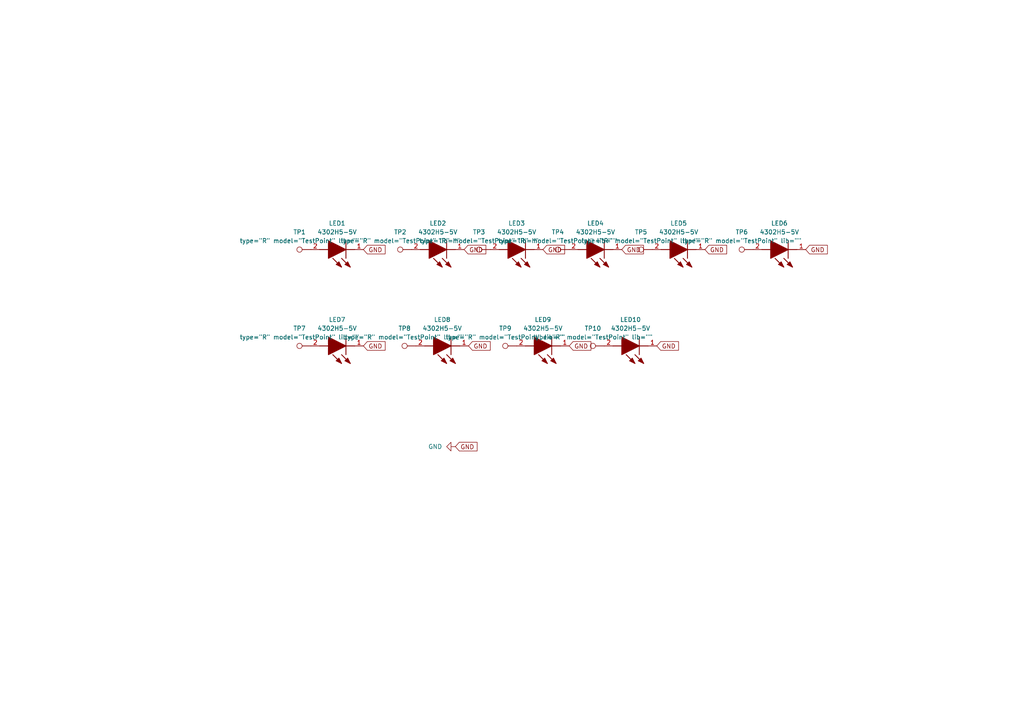
<source format=kicad_sch>
(kicad_sch (version 20230121) (generator eeschema)
  (paper "A4")
  (lib_symbols
    (symbol "EPSA_lib:4302H5-5V" (pin_names hide)
      (property "Reference" "LED" (at 12.7 8.89 0))
      (property "Value" "4302H5-5V" (at 12.7 6.35 0))
      (symbol "4302H5-5V_1_1"
        (polyline (pts (xy 2.54 0) (xy 5.08 0)) (stroke (width 0.254)))
        (polyline (pts (xy 5.08 2.54) (xy 5.08 -2.54)) (stroke (width 0.254)))
        (polyline (pts (xy 6.35 2.54) (xy 3.81 5.08)) (stroke (width 0.254)))
        (polyline (pts (xy 8.89 2.54) (xy 6.35 5.08)) (stroke (width 0.254)))
        (polyline (pts (xy 10.16 0) (xy 12.7 0)) (stroke (width 0.254)))
        (polyline (pts (xy 5.08 0) (xy 10.16 2.54) (xy 10.16 -2.54) (xy 5.08 0)) (stroke (width 0.254)) (fill (type outline)))
        (polyline (pts (xy 5.334 4.318) (xy 4.572 3.556) (xy 3.81 5.08) (xy 5.334 4.318)) (stroke (width 0.254)) (fill (type outline)))
        (polyline (pts (xy 7.874 4.318) (xy 7.112 3.556) (xy 6.35 5.08) (xy 7.874 4.318)) (stroke (width 0.254)) (fill (type outline)))
        (pin passive line (at 0 0 0) (length 2.54) (name "K") (number "1"))
        (pin passive line (at 15.24 0 180) (length 2.54) (name "A") (number "2"))
      )
    )
    (symbol "EPSA_lib:TestPoint" (pin_numbers hide) (pin_names (offset 0.762) hide)
      (property "Reference" "TP" (at 0 6.858 0))
      (property "Value" "${SIM.PARAMS}" (at 0 5.08 0))
      (symbol "TestPoint_0_1"
        (circle (center 0 3.302) (radius 0.762))
      )
      (symbol "TestPoint_1_1"
        (pin passive line (at 0 0 90) (length 2.54) (name "1") (number "1"))
      )
    )
    (symbol "power:GND" (power) (pin_names (offset 0))
      (property "Value" "GND" (at 0 -3.81 0))
      (symbol "GND_0_1"
        (polyline (pts (xy 0 0) (xy 0 -1.27) (xy 1.27 -1.27) (xy 0 -2.54) (xy -1.27 -1.27) (xy 0 -1.27)))
      )
      (symbol "GND_1_1"
        (pin power_in line (at 0 0 270) (length 0) hide (name "GND") (number "1"))
      )
    )
  )
  (global_label "GND" (shape input) (at 135.89 100.33 0) (property "Intersheetrefs" "${INTERSHEET_REFS}" (effects hide)))
  (global_label "GND" (shape input) (at 157.48 72.39 0) (property "Intersheetrefs" "${INTERSHEET_REFS}" (effects hide)))
  (global_label "GND" (shape input) (at 134.62 72.39 0) (property "Intersheetrefs" "${INTERSHEET_REFS}" (effects hide)))
  (global_label "GND" (shape input) (at 105.41 72.39 0) (property "Intersheetrefs" "${INTERSHEET_REFS}" (effects hide)))
  (global_label "GND" (shape input) (at 180.34 72.39 0) (property "Intersheetrefs" "${INTERSHEET_REFS}" (effects hide)))
  (global_label "GND" (shape input) (at 165.1 100.33 0) (property "Intersheetrefs" "${INTERSHEET_REFS}" (effects hide)))
  (global_label "GND" (shape input) (at 132.08 129.54 0) (property "Intersheetrefs" "${INTERSHEET_REFS}" (effects hide)))
  (global_label "GND" (shape input) (at 204.47 72.39 0) (property "Intersheetrefs" "${INTERSHEET_REFS}" (effects hide)))
  (global_label "GND" (shape input) (at 105.41 100.33 0) (property "Intersheetrefs" "${INTERSHEET_REFS}" (effects hide)))
  (global_label "GND" (shape input) (at 190.5 100.33 0) (property "Intersheetrefs" "${INTERSHEET_REFS}" (effects hide)))
  (global_label "GND" (shape input) (at 233.68 72.39 0) (property "Intersheetrefs" "${INTERSHEET_REFS}" (effects hide)))
  (symbol (lib_id "EPSA_lib:4302H5-5V") (at 105.41 100.33 180) (unit 1)
    (property "Reference" "LED7" (at 97.79 92.71 0))
    (property "Value" "4302H5-5V" (at 97.79 95.25 0))
    (property "Footprint" "EPSA_lib:4302H55V" (effects hide))
    (property "Datasheet" "https://datasheet.datasheetarchive.com/originals/distributors/Datasheets_SAMA/a41ef812660e98d4a989505f94662604.pdf" (effects hide))
    (property "Height" "9.06" (effects hide))
    (property "Mouser Part Number" "606-4302H5-5V" (effects hide))
    (property "Mouser Price/Stock" "https://www.mouser.co.uk/ProductDetail/VCC/4302H5-5V?qs=qp111mKzDjjxM5ex4WzyIw%3D%3D" (effects hide))
    (property "Manufacturer_Name" "Visual Communications Company" (effects hide))
    (property "Manufacturer_Part_Number" "4302H5-5V" (effects hide))
  )
  (symbol (lib_id "EPSA_lib:TestPoint") (at 189.23 72.39 90) (unit 1)
    (property "Reference" "TP5" (at 185.928 67.31 90))
    (property "Value" "${SIM.PARAMS}" (at 185.928 69.85 90))
    (property "Sim.Pins" "1=1" (effects hide))
    (property "Sim.Device" "SPICE" (effects hide))
    (property "Sim.Params" "type=\"R\" model=\"TestPoint\" lib=\"\"" (effects hide))
    (property "Sim.Enable" "0" (effects hide))
  )
  (symbol (lib_id "EPSA_lib:4302H5-5V") (at 134.62 72.39 180) (unit 1)
    (property "Reference" "LED2" (at 127 64.77 0))
    (property "Value" "4302H5-5V" (at 127 67.31 0))
    (property "Footprint" "EPSA_lib:4302H55V" (effects hide))
    (property "Datasheet" "https://datasheet.datasheetarchive.com/originals/distributors/Datasheets_SAMA/a41ef812660e98d4a989505f94662604.pdf" (effects hide))
    (property "Height" "9.06" (effects hide))
    (property "Mouser Part Number" "606-4302H5-5V" (effects hide))
    (property "Mouser Price/Stock" "https://www.mouser.co.uk/ProductDetail/VCC/4302H5-5V?qs=qp111mKzDjjxM5ex4WzyIw%3D%3D" (effects hide))
    (property "Manufacturer_Name" "Visual Communications Company" (effects hide))
    (property "Manufacturer_Part_Number" "4302H5-5V" (effects hide))
  )
  (symbol (lib_id "EPSA_lib:TestPoint") (at 120.65 100.33 90) (unit 1)
    (property "Reference" "TP8" (at 117.348 95.25 90))
    (property "Value" "${SIM.PARAMS}" (at 117.348 97.79 90))
    (property "Sim.Pins" "1=1" (effects hide))
    (property "Sim.Device" "SPICE" (effects hide))
    (property "Sim.Params" "type=\"R\" model=\"TestPoint\" lib=\"\"" (effects hide))
    (property "Sim.Enable" "0" (effects hide))
  )
  (symbol (lib_id "EPSA_lib:TestPoint") (at 119.38 72.39 90) (unit 1)
    (property "Reference" "TP2" (at 116.078 67.31 90))
    (property "Value" "${SIM.PARAMS}" (at 116.078 69.85 90))
    (property "Sim.Pins" "1=1" (effects hide))
    (property "Sim.Device" "SPICE" (effects hide))
    (property "Sim.Params" "type=\"R\" model=\"TestPoint\" lib=\"\"" (effects hide))
    (property "Sim.Enable" "0" (effects hide))
  )
  (symbol (lib_id "EPSA_lib:TestPoint") (at 90.17 100.33 90) (unit 1)
    (property "Reference" "TP7" (at 86.868 95.25 90))
    (property "Value" "${SIM.PARAMS}" (at 86.868 97.79 90))
    (property "Sim.Pins" "1=1" (effects hide))
    (property "Sim.Device" "SPICE" (effects hide))
    (property "Sim.Params" "type=\"R\" model=\"TestPoint\" lib=\"\"" (effects hide))
    (property "Sim.Enable" "0" (effects hide))
  )
  (symbol (lib_id "EPSA_lib:TestPoint") (at 149.86 100.33 90) (unit 1)
    (property "Reference" "TP9" (at 146.558 95.25 90))
    (property "Value" "${SIM.PARAMS}" (at 146.558 97.79 90))
    (property "Sim.Pins" "1=1" (effects hide))
    (property "Sim.Device" "SPICE" (effects hide))
    (property "Sim.Params" "type=\"R\" model=\"TestPoint\" lib=\"\"" (effects hide))
    (property "Sim.Enable" "0" (effects hide))
  )
  (symbol (lib_id "EPSA_lib:TestPoint") (at 175.26 100.33 90) (unit 1)
    (property "Reference" "TP10" (at 171.958 95.25 90))
    (property "Value" "${SIM.PARAMS}" (at 171.958 97.79 90))
    (property "Sim.Pins" "1=1" (effects hide))
    (property "Sim.Device" "SPICE" (effects hide))
    (property "Sim.Params" "type=\"R\" model=\"TestPoint\" lib=\"\"" (effects hide))
    (property "Sim.Enable" "0" (effects hide))
  )
  (symbol (lib_id "EPSA_lib:TestPoint") (at 90.17 72.39 90) (unit 1)
    (property "Reference" "TP1" (at 86.868 67.31 90))
    (property "Value" "${SIM.PARAMS}" (at 86.868 69.85 90))
    (property "Sim.Pins" "1=1" (effects hide))
    (property "Sim.Device" "SPICE" (effects hide))
    (property "Sim.Params" "type=\"R\" model=\"TestPoint\" lib=\"\"" (effects hide))
    (property "Sim.Enable" "0" (effects hide))
  )
  (symbol (lib_id "EPSA_lib:4302H5-5V") (at 165.1 100.33 180) (unit 1)
    (property "Reference" "LED9" (at 157.48 92.71 0))
    (property "Value" "4302H5-5V" (at 157.48 95.25 0))
    (property "Footprint" "EPSA_lib:4302H55V" (effects hide))
    (property "Datasheet" "https://datasheet.datasheetarchive.com/originals/distributors/Datasheets_SAMA/a41ef812660e98d4a989505f94662604.pdf" (effects hide))
    (property "Height" "9.06" (effects hide))
    (property "Mouser Part Number" "606-4302H5-5V" (effects hide))
    (property "Mouser Price/Stock" "https://www.mouser.co.uk/ProductDetail/VCC/4302H5-5V?qs=qp111mKzDjjxM5ex4WzyIw%3D%3D" (effects hide))
    (property "Manufacturer_Name" "Visual Communications Company" (effects hide))
    (property "Manufacturer_Part_Number" "4302H5-5V" (effects hide))
  )
  (symbol (lib_id "EPSA_lib:4302H5-5V") (at 157.48 72.39 180) (unit 1)
    (property "Reference" "LED3" (at 149.86 64.77 0))
    (property "Value" "4302H5-5V" (at 149.86 67.31 0))
    (property "Footprint" "EPSA_lib:4302H55V" (effects hide))
    (property "Datasheet" "https://datasheet.datasheetarchive.com/originals/distributors/Datasheets_SAMA/a41ef812660e98d4a989505f94662604.pdf" (effects hide))
    (property "Height" "9.06" (effects hide))
    (property "Mouser Part Number" "606-4302H5-5V" (effects hide))
    (property "Mouser Price/Stock" "https://www.mouser.co.uk/ProductDetail/VCC/4302H5-5V?qs=qp111mKzDjjxM5ex4WzyIw%3D%3D" (effects hide))
    (property "Manufacturer_Name" "Visual Communications Company" (effects hide))
    (property "Manufacturer_Part_Number" "4302H5-5V" (effects hide))
  )
  (symbol (lib_id "power:GND") (at 132.08 129.54 270) (unit 1)
    (property "Reference" "#PWR01" (effects hide))
    (property "Value" "GND" (at 128.27 129.54 90) (effects (justify right)))
  )
  (symbol (lib_id "EPSA_lib:TestPoint") (at 165.1 72.39 90) (unit 1)
    (property "Reference" "TP4" (at 161.798 67.31 90))
    (property "Value" "${SIM.PARAMS}" (at 161.798 69.85 90))
    (property "Sim.Pins" "1=1" (effects hide))
    (property "Sim.Device" "SPICE" (effects hide))
    (property "Sim.Params" "type=\"R\" model=\"TestPoint\" lib=\"\"" (effects hide))
    (property "Sim.Enable" "0" (effects hide))
  )
  (symbol (lib_id "EPSA_lib:4302H5-5V") (at 105.41 72.39 180) (unit 1)
    (property "Reference" "LED1" (at 97.79 64.77 0))
    (property "Value" "4302H5-5V" (at 97.79 67.31 0))
    (property "Footprint" "EPSA_lib:4302H55V" (effects hide))
    (property "Datasheet" "https://datasheet.datasheetarchive.com/originals/distributors/Datasheets_SAMA/a41ef812660e98d4a989505f94662604.pdf" (effects hide))
    (property "Height" "9.06" (effects hide))
    (property "Mouser Part Number" "606-4302H5-5V" (effects hide))
    (property "Mouser Price/Stock" "https://www.mouser.co.uk/ProductDetail/VCC/4302H5-5V?qs=qp111mKzDjjxM5ex4WzyIw%3D%3D" (effects hide))
    (property "Manufacturer_Name" "Visual Communications Company" (effects hide))
    (property "Manufacturer_Part_Number" "4302H5-5V" (effects hide))
  )
  (symbol (lib_id "EPSA_lib:TestPoint") (at 218.44 72.39 90) (unit 1)
    (property "Reference" "TP6" (at 215.138 67.31 90))
    (property "Value" "${SIM.PARAMS}" (at 215.138 69.85 90))
    (property "Sim.Pins" "1=1" (effects hide))
    (property "Sim.Device" "SPICE" (effects hide))
    (property "Sim.Params" "type=\"R\" model=\"TestPoint\" lib=\"\"" (effects hide))
    (property "Sim.Enable" "0" (effects hide))
  )
  (symbol (lib_id "EPSA_lib:TestPoint") (at 142.24 72.39 90) (unit 1)
    (property "Reference" "TP3" (at 138.938 67.31 90))
    (property "Value" "${SIM.PARAMS}" (at 138.938 69.85 90))
    (property "Sim.Pins" "1=1" (effects hide))
    (property "Sim.Device" "SPICE" (effects hide))
    (property "Sim.Params" "type=\"R\" model=\"TestPoint\" lib=\"\"" (effects hide))
    (property "Sim.Enable" "0" (effects hide))
  )
  (symbol (lib_id "EPSA_lib:4302H5-5V") (at 190.5 100.33 180) (unit 1)
    (property "Reference" "LED10" (at 182.88 92.71 0))
    (property "Value" "4302H5-5V" (at 182.88 95.25 0))
    (property "Footprint" "EPSA_lib:4302H55V" (effects hide))
    (property "Datasheet" "https://datasheet.datasheetarchive.com/originals/distributors/Datasheets_SAMA/a41ef812660e98d4a989505f94662604.pdf" (effects hide))
    (property "Height" "9.06" (effects hide))
    (property "Mouser Part Number" "606-4302H5-5V" (effects hide))
    (property "Mouser Price/Stock" "https://www.mouser.co.uk/ProductDetail/VCC/4302H5-5V?qs=qp111mKzDjjxM5ex4WzyIw%3D%3D" (effects hide))
    (property "Manufacturer_Name" "Visual Communications Company" (effects hide))
    (property "Manufacturer_Part_Number" "4302H5-5V" (effects hide))
  )
  (symbol (lib_id "EPSA_lib:4302H5-5V") (at 180.34 72.39 180) (unit 1)
    (property "Reference" "LED4" (at 172.72 64.77 0))
    (property "Value" "4302H5-5V" (at 172.72 67.31 0))
    (property "Footprint" "EPSA_lib:4302H55V" (effects hide))
    (property "Datasheet" "https://datasheet.datasheetarchive.com/originals/distributors/Datasheets_SAMA/a41ef812660e98d4a989505f94662604.pdf" (effects hide))
    (property "Height" "9.06" (effects hide))
    (property "Mouser Part Number" "606-4302H5-5V" (effects hide))
    (property "Mouser Price/Stock" "https://www.mouser.co.uk/ProductDetail/VCC/4302H5-5V?qs=qp111mKzDjjxM5ex4WzyIw%3D%3D" (effects hide))
    (property "Manufacturer_Name" "Visual Communications Company" (effects hide))
    (property "Manufacturer_Part_Number" "4302H5-5V" (effects hide))
  )
  (symbol (lib_id "EPSA_lib:4302H5-5V") (at 233.68 72.39 180) (unit 1)
    (property "Reference" "LED6" (at 226.06 64.77 0))
    (property "Value" "4302H5-5V" (at 226.06 67.31 0))
    (property "Footprint" "EPSA_lib:4302H55V" (effects hide))
    (property "Datasheet" "https://datasheet.datasheetarchive.com/originals/distributors/Datasheets_SAMA/a41ef812660e98d4a989505f94662604.pdf" (effects hide))
    (property "Height" "9.06" (effects hide))
    (property "Mouser Part Number" "606-4302H5-5V" (effects hide))
    (property "Mouser Price/Stock" "https://www.mouser.co.uk/ProductDetail/VCC/4302H5-5V?qs=qp111mKzDjjxM5ex4WzyIw%3D%3D" (effects hide))
    (property "Manufacturer_Name" "Visual Communications Company" (effects hide))
    (property "Manufacturer_Part_Number" "4302H5-5V" (effects hide))
  )
  (symbol (lib_id "EPSA_lib:4302H5-5V") (at 204.47 72.39 180) (unit 1)
    (property "Reference" "LED5" (at 196.85 64.77 0))
    (property "Value" "4302H5-5V" (at 196.85 67.31 0))
    (property "Footprint" "EPSA_lib:4302H55V" (effects hide))
    (property "Datasheet" "https://datasheet.datasheetarchive.com/originals/distributors/Datasheets_SAMA/a41ef812660e98d4a989505f94662604.pdf" (effects hide))
    (property "Height" "9.06" (effects hide))
    (property "Mouser Part Number" "606-4302H5-5V" (effects hide))
    (property "Mouser Price/Stock" "https://www.mouser.co.uk/ProductDetail/VCC/4302H5-5V?qs=qp111mKzDjjxM5ex4WzyIw%3D%3D" (effects hide))
    (property "Manufacturer_Name" "Visual Communications Company" (effects hide))
    (property "Manufacturer_Part_Number" "4302H5-5V" (effects hide))
  )
  (symbol (lib_id "EPSA_lib:4302H5-5V") (at 135.89 100.33 180) (unit 1)
    (property "Reference" "LED8" (at 128.27 92.71 0))
    (property "Value" "4302H5-5V" (at 128.27 95.25 0))
    (property "Footprint" "EPSA_lib:4302H55V" (effects hide))
    (property "Datasheet" "https://datasheet.datasheetarchive.com/originals/distributors/Datasheets_SAMA/a41ef812660e98d4a989505f94662604.pdf" (effects hide))
    (property "Height" "9.06" (effects hide))
    (property "Mouser Part Number" "606-4302H5-5V" (effects hide))
    (property "Mouser Price/Stock" "https://www.mouser.co.uk/ProductDetail/VCC/4302H5-5V?qs=qp111mKzDjjxM5ex4WzyIw%3D%3D" (effects hide))
    (property "Manufacturer_Name" "Visual Communications Company" (effects hide))
    (property "Manufacturer_Part_Number" "4302H5-5V" (effects hide))
  )
)
</source>
